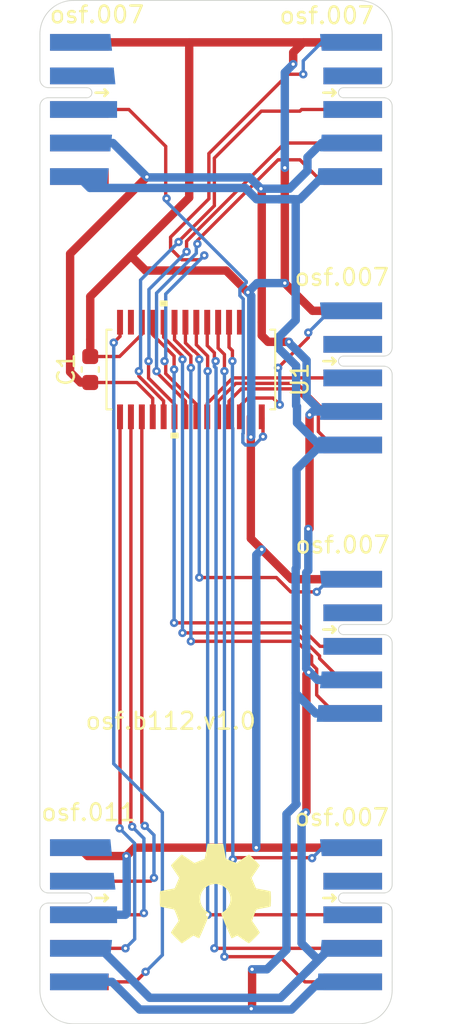
<source format=kicad_pcb>
(kicad_pcb (version 20211014) (generator pcbnew)
  (layers (0 "F.Cu" signal) (31 "B.Cu" signal) (34 "B.Paste" user) (35 "F.Paste" user) (36 "B.SilkS" user "B.Silkscreen") (37 "F.SilkS" user "F.Silkscreen") (38 "B.Mask" user) (39 "F.Mask" user) (44 "Edge.Cuts" user))
  (net 0 "")
  (net 1 "GND")
  (net 2 "/mux/EN")
  (net 5 "/mux/A2")
  (net 6 "/mux/A1")
  (net 7 "/mux/A0")
  (net 11 "Net-(J1-Pad10)")
  (net 19 "/mux/A3")
  (net 20 "/mux/S1")
  (net 21 "/mux/S2")
  (net 22 "/mux/S3")
  (net 23 "/mux/S4")
  (net 24 "/mux/S5")
  (net 25 "/mux/S6")
  (net 26 "/mux/S7")
  (net 27 "/mux/S8")
  (net 28 "/mux/S9")
  (net 29 "/mux/S10")
  (net 30 "/mux/S12")
  (net 31 "/mux/S13")
  (net 32 "/mux/S14")
  (net 33 "/mux/S15")
  (net 34 "/mux/S16")
  (net 36 "/mux/D")
  (net 37 "/mux/S11")
  (footprint "on_edge:on_edge_2x05_device" (layer "F.Cu") (at 140 96.5 -90)
    (fp_text reference "J1")
    (fp_text value "007_ADC")
    (fp_line (start -1.3 -2.8) (end -1.3 -0.5) (layer "Edge.Cuts") (width 0.05))
    (fp_line (start -0.7 -0.5) (end -0.7 -2.8) (layer "Edge.Cuts") (width 0.05))
    (fp_line (start -0.2 0) (end 4 0) (layer "Edge.Cuts") (width 0.05))
    (fp_line (start -4 0) (end -1.8 0) (layer "Edge.Cuts") (width 0.05))
    (fp_arc (start -0.2 0) (mid -0.553553 -0.146447) (end -0.7 -0.5) (layer "Edge.Cuts") (width 0.05))
    (fp_arc (start -1.3 -2.8) (mid -1 -3.1) (end -0.7 -2.8) (layer "Edge.Cuts") (width 0.05))
    (fp_arc (start -1.3 -0.5) (mid -1.446447 -0.146447) (end -1.8 0) (layer "Edge.Cuts") (width 0.05))
  )
  (footprint "Capacitor_SMD:C_0603_1608Metric" (layer "F.Cu") (at 143 112 90)
    (fp_text reference "C1")
    (fp_text value "100nF")
  )
  (footprint "on_edge:on_edge_2x05_host" (layer "F.Cu") (at 161 128.5 -90)
    (fp_text reference "J5")
    (fp_text value "007_ADC")
    (fp_line (start -0.7 2.9) (end -0.7 0.5) (layer "Edge.Cuts") (width 0.05))
    (fp_line (start -4 0) (end -1.8 0) (layer "Edge.Cuts") (width 0.05))
    (fp_line (start -0.2 0) (end 4 0) (layer "Edge.Cuts") (width 0.05))
    (fp_line (start -1.3 0.5) (end -1.3 2.9) (layer "Edge.Cuts") (width 0.05))
    (fp_arc (start -1.8 0) (mid -1.446447 0.146447) (end -1.3 0.5) (layer "Edge.Cuts") (width 0.05))
    (fp_arc (start -0.7 2.9) (mid -1 3.2) (end -1.3 2.9) (layer "Edge.Cuts") (width 0.05))
    (fp_arc (start -0.7 0.5) (mid -0.553553 0.146447) (end -0.2 0) (layer "Edge.Cuts") (width 0.05))
  )
  (footprint "Symbol:OSHW-Symbol_6.7x6mm_SilkScreen" (layer "F.Cu") (at 150.45 143.25)
    (fp_text reference "LOGO1" hide)
    (fp_text value "Logo_Open_Hardware_Small" hide)
  )
  (footprint "on_edge:on_edge_2x05_host" (layer "F.Cu") (at 161 112.5 -90)
    (fp_text reference "J4")
    (fp_text value "007_ADC")
    (fp_line (start -4 0) (end -1.8 0) (layer "Edge.Cuts") (width 0.05))
    (fp_line (start -1.3 0.5) (end -1.3 2.9) (layer "Edge.Cuts") (width 0.05))
    (fp_line (start -0.7 2.9) (end -0.7 0.5) (layer "Edge.Cuts") (width 0.05))
    (fp_line (start -0.2 0) (end 4 0) (layer "Edge.Cuts") (width 0.05))
    (fp_arc (start -0.7 0.5) (mid -0.553553 0.146447) (end -0.2 0) (layer "Edge.Cuts") (width 0.05))
    (fp_arc (start -1.8 0) (mid -1.446447 0.146447) (end -1.3 0.5) (layer "Edge.Cuts") (width 0.05))
    (fp_arc (start -0.7 2.9) (mid -1 3.2) (end -1.3 2.9) (layer "Edge.Cuts") (width 0.05))
  )
  (footprint "b112:ADG707BRUZ-REEL7" (layer "F.Cu") (at 149 112 -90)
    (fp_text reference "U1")
    (fp_text value "ADG707BRUZ-REEL7" hide)
  )
  (footprint "on_edge:on_edge_2x05_device" (layer "F.Cu") (at 140 144.5 -90)
    (fp_text reference "J2")
    (fp_text value "011_GPIO")
    (fp_line (start -4 0) (end -1.8 0) (layer "Edge.Cuts") (width 0.05))
    (fp_line (start -1.3 -2.8) (end -1.3 -0.5) (layer "Edge.Cuts") (width 0.05))
    (fp_line (start -0.7 -0.5) (end -0.7 -2.8) (layer "Edge.Cuts") (width 0.05))
    (fp_line (start -0.2 0) (end 4 0) (layer "Edge.Cuts") (width 0.05))
    (fp_arc (start -1.3 -0.5) (mid -1.446447 -0.146447) (end -1.8 0) (layer "Edge.Cuts") (width 0.05))
    (fp_arc (start -0.2 0) (mid -0.553553 -0.146447) (end -0.7 -0.5) (layer "Edge.Cuts") (width 0.05))
    (fp_arc (start -1.3 -2.8) (mid -1 -3.1) (end -0.7 -2.8) (layer "Edge.Cuts") (width 0.05))
  )
  (footprint "on_edge:on_edge_2x05_host" (layer "F.Cu") (at 161 144.5 -90)
    (fp_text reference "J6")
    (fp_text value "007_ADC")
    (fp_line (start -0.7 2.9) (end -0.7 0.5) (layer "Edge.Cuts") (width 0.05))
    (fp_line (start -4 0) (end -1.8 0) (layer "Edge.Cuts") (width 0.05))
    (fp_line (start -0.2 0) (end 4 0) (layer "Edge.Cuts") (width 0.05))
    (fp_line (start -1.3 0.5) (end -1.3 2.9) (layer "Edge.Cuts") (width 0.05))
    (fp_arc (start -1.8 0) (mid -1.446447 0.146447) (end -1.3 0.5) (layer "Edge.Cuts") (width 0.05))
    (fp_arc (start -0.7 2.9) (mid -1 3.2) (end -1.3 2.9) (layer "Edge.Cuts") (width 0.05))
    (fp_arc (start -0.7 0.5) (mid -0.553553 0.146447) (end -0.2 0) (layer "Edge.Cuts") (width 0.05))
  )
  (footprint "on_edge:on_edge_2x05_host" (layer "F.Cu") (at 161 96.5 -90)
    (fp_text reference "J3")
    (fp_text value "007_ADC")
    (fp_line (start -4 0) (end -1.8 0) (layer "Edge.Cuts") (width 0.05))
    (fp_line (start -0.7 2.9) (end -0.7 0.5) (layer "Edge.Cuts") (width 0.05))
    (fp_line (start -1.3 0.5) (end -1.3 2.9) (layer "Edge.Cuts") (width 0.05))
    (fp_line (start -0.2 0) (end 4 0) (layer "Edge.Cuts") (width 0.05))
    (fp_arc (start -1.8 0) (mid -1.446447 0.146447) (end -1.3 0.5) (layer "Edge.Cuts") (width 0.05))
    (fp_arc (start -0.7 2.9) (mid -1 3.2) (end -1.3 2.9) (layer "Edge.Cuts") (width 0.05))
    (fp_arc (start -0.7 0.5) (mid -0.553553 0.146447) (end -0.2 0) (layer "Edge.Cuts") (width 0.05))
  )
  (gr_line (start 161 92.5) (end 161 92) (layer "Edge.Cuts") (width 0.05))
  (gr_line (start 140 92) (end 140 92.5) (layer "Edge.Cuts") (width 0.05))
  (gr_line (start 142 90) (end 159 90) (layer "Edge.Cuts") (width 0.05))
  (gr_arc (start 161 149) (mid 160.414214 150.414214) (end 159 151) (layer "Edge.Cuts") (width 0.05))
  (gr_line (start 140 100.5) (end 140 140.5) (layer "Edge.Cuts") (width 0.05))
  (gr_line (start 159 151) (end 142 151) (layer "Edge.Cuts") (width 0.05))
  (gr_line (start 161 133) (end 161 132.5) (layer "Edge.Cuts") (width 0.05))
  (gr_arc (start 159 90) (mid 160.414214 90.585786) (end 161 92) (layer "Edge.Cuts") (width 0.05))
  (gr_line (start 140 149) (end 140 148.5) (layer "Edge.Cuts") (width 0.05))
  (gr_line (start 161 140.5) (end 161 133) (layer "Edge.Cuts") (width 0.05))
  (gr_arc (start 142 151) (mid 140.585786 150.414214) (end 140 149) (layer "Edge.Cuts") (width 0.05))
  (gr_arc (start 140 92) (mid 140.585786 90.585786) (end 142 90) (layer "Edge.Cuts") (width 0.05))
  (gr_line (start 161 124.5) (end 161 116.5) (layer "Edge.Cuts") (width 0.05))
  (gr_line (start 161 149) (end 161 148.5) (layer "Edge.Cuts") (width 0.05))
  (gr_line (start 161 108.5) (end 161 100.5) (layer "Edge.Cuts") (width 0.05))
  (gr_text "osf.007" (at 158 138.7) (layer "F.SilkS") (effects (font (size 1 1))))
  (gr_text "osf.b112.v1.0" (at 147.8 132.95) (layer "F.SilkS") (effects (font (size 1 1))))
  (gr_text "osf.007" (at 157.1 90.9) (layer "F.SilkS") (effects (font (size 1 1))))
  (gr_text "osf.007" (at 143.4 90.85) (layer "F.SilkS") (effects (font (size 1 1))))
  (gr_text "osf.007" (at 158.05 122.45) (layer "F.SilkS") (effects (font (size 1 1))))
  (gr_text "osf.007" (at 158 106.5) (layer "F.SilkS") (effects (font (size 1 1))))
  (gr_text "osf.011" (at 142.9 138.4) (layer "F.SilkS") (effects (font (size 1 1))))
  (segment (start 143 107.65) (end 145.425 105.225) (width 0.5) (layer "F.Cu") (net 1))
  (segment (start 145.15 141) (end 142.85 141) (width 0.5) (layer "F.Cu") (net 1))
  (segment (start 152.574999 122.074999) (end 152.574999 118.124999) (width 0.5) (layer "F.Cu") (net 1))
  (segment (start 153.225 122.725) (end 152.574999 122.074999) (width 0.5) (layer "F.Cu") (net 1))
  (segment (start 143 111.225) (end 144.749001 111.225) (width 0.2) (layer "F.Cu") (net 1))
  (segment (start 146.075002 109.898999) (end 146.075002 109.1806) (width 0.2) (layer "F.Cu") (net 1))
  (segment (start 155.1 93.1) (end 155.7 92.5) (width 0.5) (layer "F.Cu") (net 1))
  (segment (start 152.574999 116.025001) (end 152.574999 114.8194) (width 0.5) (layer "F.Cu") (net 1))
  (segment (start 142.85 141) (end 142.35 140.5) (width 0.5) (layer "F.Cu") (net 1))
  (segment (start 155 124.5) (end 153.225 122.725) (width 0.5) (layer "F.Cu") (net 1))
  (segment (start 144.749001 111.225) (end 146.075002 109.898999) (width 0.2) (layer "F.Cu") (net 1))
  (segment (start 148.9 101.75) (end 148.9 92.5) (width 0.5) (layer "F.Cu") (net 1))
  (segment (start 145.65 140.5) (end 145.15 141) (width 0.5) (layer "F.Cu") (net 1))
  (segment (start 142.35 92.5) (end 148.9 92.5) (width 0.5) (layer "F.Cu") (net 1))
  (segment (start 155.7 92.5) (end 158.65 92.5) (width 0.5) (layer "F.Cu") (net 1))
  (segment (start 148.9 92.5) (end 158.65 92.5) (width 0.5) (layer "F.Cu") (net 1))
  (segment (start 143 111.225) (end 143 110.2) (width 0.5) (layer "F.Cu") (net 1))
  (segment (start 156.25 108.5) (end 158.65 108.5) (width 0.5) (layer "F.Cu") (net 1))
  (segment (start 151.1 106.1) (end 152.4 107.4) (width 0.5) (layer "F.Cu") (net 1))
  (segment (start 158.65 124.5) (end 155 124.5) (width 0.5) (layer "F.Cu") (net 1))
  (segment (start 143 110.2) (end 143 107.65) (width 0.5) (layer "F.Cu") (net 1))
  (segment (start 145.425 105.225) (end 148.9 101.75) (width 0.5) (layer "F.Cu") (net 1))
  (segment (start 152.574999 118.124999) (end 152.574999 116.025001) (width 0.5) (layer "F.Cu") (net 1))
  (segment (start 155.1 93.8) (end 155.1 93.1) (width 0.5) (layer "F.Cu") (net 1))
  (segment (start 154.6 106.85) (end 156.25 108.5) (width 0.5) (layer "F.Cu") (net 1))
  (segment (start 146.3 106.1) (end 151.1 106.1) (width 0.5) (layer "F.Cu") (net 1))
  (segment (start 145.425 105.225) (end 146.3 106.1) (width 0.5) (layer "F.Cu") (net 1))
  (segment (start 154.6 99.9765) (end 154.6 106.85) (width 0.5) (layer "F.Cu") (net 1))
  (segment (start 158.65 140.5) (end 145.65 140.5) (width 0.5) (layer "F.Cu") (net 1))
  (via (at 155.1 93.8) (size 0.5) (drill 0.2) (layers "F.Cu" "B.Cu") (net 1))
  (via (at 154.6 106.85) (size 0.5) (drill 0.2) (layers "F.Cu" "B.Cu") (net 1))
  (via (at 145.15 141) (size 0.5) (drill 0.2) (layers "F.Cu" "B.Cu") (net 1))
  (via (at 152.9 140.5) (size 0.5) (drill 0.2) (layers "F.Cu" "B.Cu") (net 1))
  (via (at 153.225 122.725) (size 0.5) (drill 0.2) (layers "F.Cu" "B.Cu") (net 1))
  (via (at 154.6 99.9765) (size 0.5) (drill 0.2) (layers "F.Cu" "B.Cu") (net 1))
  (via (at 152.4 107.4) (size 0.5) (drill 0.2) (layers "F.Cu" "B.Cu") (net 1))
  (via (at 152.574999 116.025001) (size 0.5) (drill 0.2) (layers "F.Cu" "B.Cu") (net 1))
  (segment (start 145.173 144.427) (end 145.173 141.023) (width 0.5) (layer "B.Cu") (net 1))
  (segment (start 145.1 144.5) (end 145.173 144.427) (width 0.5) (layer "B.Cu") (net 1))
  (segment (start 152.6 107.6) (end 152.6 116) (width 0.5) (layer "B.Cu") (net 1))
  (segment (start 145.173 141.023) (end 145.15 141) (width 0.5) (layer "B.Cu") (net 1))
  (segment (start 154.6 94.3) (end 155.1 93.8) (width 0.5) (layer "B.Cu") (net 1))
  (segment (start 142.6 144.5) (end 145.1 144.5) (width 0.5) (layer "B.Cu") (net 1))
  (segment (start 152.4 107.4) (end 152.6 107.6) (width 0.5) (layer "B.Cu") (net 1))
  (segment (start 154.6 106.85) (end 152.95 106.85) (width 0.5) (layer "B.Cu") (net 1))
  (segment (start 152.9 140.5) (end 152.9 123.05) (width 0.5) (layer "B.Cu") (net 1))
  (segment (start 152.9 123.05) (end 153.225 122.725) (width 0.5) (layer "B.Cu") (net 1))
  (segment (start 152.6 116) (end 152.574999 116.025001) (width 0.5) (layer "B.Cu") (net 1))
  (segment (start 152.95 106.85) (end 152.4 107.4) (width 0.5) (layer "B.Cu") (net 1))
  (segment (start 154.6 99.9765) (end 154.6 94.3) (width 0.5) (layer "B.Cu") (net 1))
  (segment (start 141.8 105.1) (end 146.375 100.525) (width 0.5) (layer "F.Cu") (net 2))
  (segment (start 153.225 109.1806) (end 153.225 101.271) (width 0.5) (layer "F.Cu") (net 2))
  (segment (start 153.225 101.271) (end 153.177 101.223) (width 0.5) (layer "F.Cu") (net 2))
  (segment (start 156 121.5) (end 156.047 121.5) (width 0.5) (layer "F.Cu") (net 2))
  (segment (start 156.047 121.5) (end 156.0735 121.4735) (width 0.5) (layer "F.Cu") (net 2))
  (segment (start 156.0735 121.4735) (end 156.0735 114.7) (width 0.5) (layer "F.Cu") (net 2))
  (segment (start 153.6 110.35) (end 153.225 109.975) (width 0.5) (layer "F.Cu") (net 2))
  (segment (start 155.88929 138.36071) (end 155.88929 130.18371) (width 0.5) (layer "F.Cu") (net 2))
  (segment (start 155.88929 130.18371) (end 156.023 130.05) (width 0.5) (layer "F.Cu") (net 2))
  (segment (start 155.85 138.4) (end 155.88929 138.36071) (width 0.5) (layer "F.Cu") (net 2))
  (segment (start 143 112.775) (end 142.425 112.775) (width 0.5) (layer "F.Cu") (net 2))
  (segment (start 142.425 112.775) (end 141.8 112.15) (width 0.5) (layer "F.Cu") (net 2))
  (segment (start 146.725001 113.725001) (end 146.725001 114.8194) (width 0.2) (layer "F.Cu") (net 2))
  (segment (start 153.225 109.975) (end 153.225 109.1806) (width 0.5) (layer "F.Cu") (net 2))
  (segment (start 143 112.775) (end 145.775 112.775) (width 0.2) (layer "F.Cu") (net 2))
  (segment (start 145.775 112.775) (end 146.725001 113.725001) (width 0.2) (layer "F.Cu") (net 2))
  (segment (start 141.8 112.15) (end 141.8 105.1) (width 0.5) (layer "F.Cu") (net 2))
  (segment (start 154.85 110.35) (end 153.6 110.35) (width 0.5) (layer "F.Cu") (net 2))
  (via (at 156.023 130.05) (size 0.5) (drill 0.2) (layers "F.Cu" "B.Cu") (net 2))
  (via (at 156 121.5) (size 0.5) (drill 0.2) (layers "F.Cu" "B.Cu") (net 2))
  (via (at 156.0735 114.7) (size 0.5) (drill 0.2) (layers "F.Cu" "B.Cu") (net 2))
  (via (at 155.85 138.4) (size 0.5) (drill 0.2) (layers "F.Cu" "B.Cu") (net 2))
  (via (at 146.375 100.525) (size 0.5) (drill 0.2) (layers "F.Cu" "B.Cu") (net 2))
  (via (at 153.177 101.223) (size 0.5) (drill 0.2) (layers "F.Cu" "B.Cu") (net 2))
  (via (at 154.85 110.35) (size 0.5) (drill 0.2) (layers "F.Cu" "B.Cu") (net 2))
  (segment (start 155.95 99.35) (end 156.8 98.5) (width 0.5) (layer "B.Cu") (net 2))
  (segment (start 146.375 100.525) (end 146.4 100.55) (width 0.5) (layer "B.Cu") (net 2))
  (segment (start 156.75 114.5) (end 158.6 114.5) (width 0.5) (layer "B.Cu") (net 2))
  (segment (start 155.877 124.109712) (end 155.877 129.827) (width 0.5) (layer "B.Cu") (net 2))
  (segment (start 155.6 146.2) (end 156.5 147.1) (width 0.5) (layer "B.Cu") (net 2))
  (segment (start 146.4 100.55) (end 152.504 100.55) (width 0.5) (layer "B.Cu") (net 2))
  (segment (start 156.2735 114.5) (end 156.0735 114.7) (width 0.5) (layer "B.Cu") (net 2))
  (segment (start 156.5 147.3) (end 155.875 147.925) (width 0.5) (layer "B.Cu") (net 2))
  (segment (start 155.875 147.925) (end 157.3 146.5) (width 0.5) (layer "B.Cu") (net 2))
  (segment (start 155.85 138.4) (end 155.6 138.65) (width 0.5) (layer "B.Cu") (net 2))
  (segment (start 156.5 147.1) (end 156.5 147.3) (width 0.5) (layer "B.Cu") (net 2))
  (segment (start 155.9 113.65) (end 156.75 114.5) (width 0.5) (layer "B.Cu") (net 2))
  (segment (start 156.8 98.5) (end 158.6 98.5) (width 0.5) (layer "B.Cu") (net 2))
  (segment (start 142.4 146.5) (end 143.6 146.5) (width 0.5) (layer "B.Cu") (net 2))
  (segment (start 155.877 129.827) (end 156.55 130.5) (width 0.5) (layer "B.Cu") (net 2))
  (segment (start 155.9 111.45) (end 155.9 113.65) (width 0.5) (layer "B.Cu") (net 2))
  (segment (start 156 123.986712) (end 155.877 124.109712) (width 0.5) (layer "B.Cu") (net 2))
  (segment (start 154.85 110.35) (end 154.85 110.4) (width 0.5) (layer "B.Cu") (net 2))
  (segment (start 146.55 149.45) (end 154.35 149.45) (width 0.5) (layer "B.Cu") (net 2))
  (segment (start 142.4 98.5) (end 144.35 98.5) (width 0.5) (layer "B.Cu") (net 2))
  (segment (start 154.877 101.223) (end 155.95 100.15) (width 0.5) (layer "B.Cu") (net 2))
  (segment (start 144.35 98.5) (end 146.375 100.525) (width 0.5) (layer "B.Cu") (net 2))
  (segment (start 155.6 138.65) (end 155.6 146.2) (width 0.5) (layer "B.Cu") (net 2))
  (segment (start 154.85 110.4) (end 155.9 111.45) (width 0.5) (layer "B.Cu") (net 2))
  (segment (start 155.95 100.15) (end 155.95 99.35) (width 0.5) (layer "B.Cu") (net 2))
  (segment (start 152.504 100.55) (end 153.177 101.223) (width 0.5) (layer "B.Cu") (net 2))
  (segment (start 156 121.5) (end 156 123.986712) (width 0.5) (layer "B.Cu") (net 2))
  (segment (start 156.55 130.5) (end 158.6 130.5) (width 0.5) (layer "B.Cu") (net 2))
  (segment (start 157.3 146.5) (end 158.6 146.5) (width 0.5) (layer "B.Cu") (net 2))
  (segment (start 154.35 149.45) (end 155.875 147.925) (width 0.5) (layer "B.Cu") (net 2))
  (segment (start 143.6 146.5) (end 146.55 149.45) (width 0.5) (layer "B.Cu") (net 2))
  (segment (start 153.177 101.223) (end 154.877 101.223) (width 0.5) (layer "B.Cu") (net 2))
  (segment (start 158.6 114.5) (end 156.2735 114.5) (width 0.5) (layer "B.Cu") (net 2))
  (segment (start 145.1 146.5) (end 142.35 146.5) (width 0.2) (layer "F.Cu") (net 5))
  (segment (start 144.775 114.8194) (end 144.775 139.325) (width 0.2) (layer "F.Cu") (net 5))
  (segment (start 144.775 139.325) (end 144.75 139.35) (width 0.2) (layer "F.Cu") (net 5))
  (via (at 145.1 146.5) (size 0.5) (drill 0.2) (layers "F.Cu" "B.Cu") (net 5))
  (via (at 144.75 139.35) (size 0.5) (drill 0.2) (layers "F.Cu" "B.Cu") (net 5))
  (segment (start 145.65 140.25) (end 145.65 145.95) (width 0.2) (layer "B.Cu") (net 5))
  (segment (start 144.75 139.35) (end 145.65 140.25) (width 0.2) (layer "B.Cu") (net 5))
  (segment (start 145.65 145.95) (end 145.1 146.5) (width 0.2) (layer "B.Cu") (net 5))
  (segment (start 146.1 144.5) (end 142.35 144.5) (width 0.2) (layer "F.Cu") (net 6))
  (segment (start 145.5 139.25) (end 145.425001 139.175001) (width 0.2) (layer "F.Cu") (net 6))
  (segment (start 146.2 144.4) (end 146.1 144.5) (width 0.2) (layer "F.Cu") (net 6))
  (segment (start 145.425001 139.175001) (end 145.425001 114.8194) (width 0.2) (layer "F.Cu") (net 6))
  (via (at 145.5 139.25) (size 0.5) (drill 0.2) (layers "F.Cu" "B.Cu") (net 6))
  (via (at 146.2 144.4) (size 0.5) (drill 0.2) (layers "F.Cu" "B.Cu") (net 6))
  (segment (start 146.2 144.4) (end 146.2 139.95) (width 0.2) (layer "B.Cu") (net 6))
  (segment (start 146.2 139.95) (end 145.5 139.25) (width 0.2) (layer "B.Cu") (net 6))
  (segment (start 146.8 142.3) (end 146.6 142.5) (width 0.2) (layer "F.Cu") (net 7))
  (segment (start 146.075 139.025) (end 146.25 139.2) (width 0.2) (layer "F.Cu") (net 7))
  (segment (start 146.6 142.5) (end 142.35 142.5) (width 0.2) (layer "F.Cu") (net 7))
  (segment (start 146.075 114.8194) (end 146.075 139.025) (width 0.2) (layer "F.Cu") (net 7))
  (via (at 146.8 142.3) (size 0.5) (drill 0.2) (layers "F.Cu" "B.Cu") (net 7))
  (via (at 146.25 139.2) (size 0.5) (drill 0.2) (layers "F.Cu" "B.Cu") (net 7))
  (segment (start 146.8 139.75) (end 146.8 142.3) (width 0.2) (layer "B.Cu") (net 7))
  (segment (start 146.25 139.2) (end 146.8 139.75) (width 0.2) (layer "B.Cu") (net 7))
  (segment (start 152.65 150.05) (end 152.65 147.75) (width 0.5) (layer "F.Cu") (net 11))
  (segment (start 152.6 150.1) (end 152.65 150.05) (width 0.5) (layer "F.Cu") (net 11))
  (via (at 152.65 147.75) (size 0.5) (drill 0.2) (layers "F.Cu" "B.Cu") (net 11))
  (via (at 152.6 150.1) (size 0.5) (drill 0.2) (layers "F.Cu" "B.Cu") (net 11))
  (segment (start 144.3 148.5) (end 142.3 148.5) (width 0.5) (layer "B.Cu") (net 11))
  (segment (start 154.25 101.85) (end 152.917288 101.85) (width 0.5) (layer "B.Cu") (net 11))
  (segment (start 155.25 131.3) (end 155.25 137.92542) (width 0.5) (layer "B.Cu") (net 11))
  (segment (start 155.327 114.20242) (end 155.273 114.14842) (width 0.5) (layer "B.Cu") (net 11))
  (segment (start 156.65 148.5) (end 158.5 148.5) (width 0.5) (layer "B.Cu") (net 11))
  (segment (start 154.223 110.723) (end 154.223 110.090288) (width 0.5) (layer "B.Cu") (net 11))
  (segment (start 155.273 114.14842) (end 155.273 111.773) (width 0.5) (layer "B.Cu") (net 11))
  (segment (start 142.977 101.177) (end 142.3 100.5) (width 0.5) (layer "B.Cu") (net 11))
  (segment (start 155.3 123.8) (end 155.3 117.95) (width 0.5) (layer "B.Cu") (net 11))
  (segment (start 156.75 116.5) (end 158.5 116.5) (width 0.5) (layer "B.Cu") (net 11))
  (segment (start 156.85 100.5) (end 155.5 101.85) (width 0.5) (layer "B.Cu") (net 11))
  (segment (start 155 150.15) (end 156.65 148.5) (width 0.5) (layer "B.Cu") (net 11))
  (segment (start 155.25 131.3) (end 156.45 132.5) (width 0.5) (layer "B.Cu") (net 11))
  (segment (start 158.5 116.5) (end 156.65 116.5) (width 0.5) (layer "B.Cu") (net 11))
  (segment (start 155.5 101.85) (end 154.25 101.85) (width 0.5) (layer "B.Cu") (net 11))
  (segment (start 155.254753 123.868747) (end 155.25 123.8735) (width 0.5) (layer "B.Cu") (net 11))
  (segment (start 155.3 117.95) (end 156.75 116.5) (width 0.5) (layer "B.Cu") (net 11))
  (segment (start 155.273 111.773) (end 154.223 110.723) (width 0.5) (layer "B.Cu") (net 11))
  (segment (start 152.917288 101.85) (end 152.244288 101.177) (width 0.5) (layer "B.Cu") (net 11))
  (segment (start 153.536712 147.75) (end 152.65 147.75) (width 0.5) (layer "B.Cu") (net 11))
  (segment (start 156.65 116.5) (end 155.327 115.177) (width 0.5) (layer "B.Cu") (net 11))
  (segment (start 152.244288 101.177) (end 142.977 101.177) (width 0.5) (layer "B.Cu") (net 11))
  (segment (start 154.223 110.090288) (end 155.25 109.063288) (width 0.5) (layer "B.Cu") (net 11))
  (segment (start 154.7 138.5) (end 154.7 146.586712) (width 0.5) (layer "B.Cu") (net 11))
  (segment (start 155.25 137.92542) (end 155.26229 137.93771) (width 0.5) (layer "B.Cu") (net 11))
  (segment (start 152.6 150.1) (end 152.65 150.15) (width 0.5) (layer "B.Cu") (net 11))
  (segment (start 155.25 101.95) (end 155.15 101.85) (width 0.5) (layer "B.Cu") (net 11))
  (segment (start 155.3 137.9) (end 154.7 138.5) (width 0.5) (layer "B.Cu") (net 11))
  (segment (start 154.7 146.586712) (end 153.536712 147.75) (width 0.5) (layer "B.Cu") (net 11))
  (segment (start 152.6 150.1) (end 152.55 150.15) (width 0.5) (layer "B.Cu") (net 11))
  (segment (start 155.25 109.063288) (end 155.25 101.95) (width 0.5) (layer "B.Cu") (net 11))
  (segment (start 152.55 150.15) (end 145.95 150.15) (width 0.5) (layer "B.Cu") (net 11))
  (segment (start 155.25 123.8735) (end 155.25 131.3) (width 0.5) (layer "B.Cu") (net 11))
  (segment (start 145.95 150.15) (end 144.3 148.5) (width 0.5) (layer "B.Cu") (net 11))
  (segment (start 155.327 115.177) (end 155.327 114.20242) (width 0.5) (layer "B.Cu") (net 11))
  (segment (start 156.45 132.5) (end 158.5 132.5) (width 0.5) (layer "B.Cu") (net 11))
  (segment (start 155.15 101.85) (end 154.25 101.85) (width 0.5) (layer "B.Cu") (net 11))
  (segment (start 158.5 100.5) (end 156.85 100.5) (width 0.5) (layer "B.Cu") (net 11))
  (segment (start 152.65 150.15) (end 155 150.15) (width 0.5) (layer "B.Cu") (net 11))
  (segment (start 146.3 147.9) (end 145.7 148.5) (width 0.2) (layer "F.Cu") (net 19))
  (segment (start 145.7 148.5) (end 142.35 148.5) (width 0.2) (layer "F.Cu") (net 19))
  (segment (start 144.775002 110.024998) (end 144.4 110.4) (width 0.2) (layer "F.Cu") (net 19))
  (segment (start 144.775002 109.1806) (end 144.775002 110.024998) (width 0.2) (layer "F.Cu") (net 19))
  (via (at 144.4 110.4) (size 0.5) (drill 0.2) (layers "F.Cu" "B.Cu") (net 19))
  (via (at 146.3 147.9) (size 0.5) (drill 0.2) (layers "F.Cu" "B.Cu") (net 19))
  (segment (start 147.3 146.9) (end 146.3 147.9) (width 0.2) (layer "B.Cu") (net 19))
  (segment (start 147.3 138.4) (end 147.3 146.9) (width 0.2) (layer "B.Cu") (net 19))
  (segment (start 144.4 110.4) (end 144.4 135.5) (width 0.2) (layer "B.Cu") (net 19))
  (segment (start 144.4 135.5) (end 147.3 138.4) (width 0.2) (layer "B.Cu") (net 19))
  (segment (start 155.5 96.6) (end 155.6 96.5) (width 0.2) (layer "F.Cu") (net 20))
  (segment (start 147.374999 113.874999) (end 147.374999 114.8194) (width 0.2) (layer "F.Cu") (net 20))
  (segment (start 150.4 102.237552) (end 150.4 99.4) (width 0.2) (layer "F.Cu") (net 20))
  (segment (start 155.6 96.5) (end 158.65 96.5) (width 0.2) (layer "F.Cu") (net 20))
  (segment (start 145.9 112.4) (end 147.374999 113.874999) (width 0.2) (layer "F.Cu") (net 20))
  (segment (start 145.9 112.1) (end 145.9 112.4) (width 0.2) (layer "F.Cu") (net 20))
  (segment (start 148.267225 104.370327) (end 150.4 102.237552) (width 0.2) (layer "F.Cu") (net 20))
  (segment (start 153.2 96.6) (end 155.5 96.6) (width 0.2) (layer "F.Cu") (net 20))
  (segment (start 148.267225 104.4) (end 148.267225 104.370327) (width 0.2) (layer "F.Cu") (net 20))
  (segment (start 150.4 99.4) (end 153.2 96.6) (width 0.2) (layer "F.Cu") (net 20))
  (via (at 148.267225 104.4) (size 0.5) (drill 0.2) (layers "F.Cu" "B.Cu") (net 20))
  (via (at 145.9 112.1) (size 0.5) (drill 0.2) (layers "F.Cu" "B.Cu") (net 20))
  (segment (start 146 112) (end 145.9 112.1) (width 0.2) (layer "B.Cu") (net 20))
  (segment (start 146 106.667225) (end 146 112) (width 0.2) (layer "B.Cu") (net 20))
  (segment (start 148.267225 104.4) (end 146 106.667225) (width 0.2) (layer "B.Cu") (net 20))
  (segment (start 146.477 112.514552) (end 148.025001 114.062553) (width 0.2) (layer "F.Cu") (net 21))
  (segment (start 154.6 98.5) (end 158.65 98.5) (width 0.2) (layer "F.Cu") (net 21))
  (segment (start 146.477 111.5005) (end 146.477 112.514552) (width 0.2) (layer "F.Cu") (net 21))
  (segment (start 148.743725 104.356275) (end 154.6 98.5) (width 0.2) (layer "F.Cu") (net 21))
  (segment (start 146.4765 111.5) (end 146.477 111.5005) (width 0.2) (layer "F.Cu") (net 21))
  (segment (start 148.743725 104.982401) (end 148.743725 104.356275) (width 0.2) (layer "F.Cu") (net 21))
  (segment (start 148.025001 114.062553) (end 148.025001 114.8194) (width 0.2) (layer "F.Cu") (net 21))
  (via (at 148.743725 104.982401) (size 0.5) (drill 0.2) (layers "F.Cu" "B.Cu") (net 21))
  (via (at 146.4765 111.5) (size 0.5) (drill 0.2) (layers "F.Cu" "B.Cu") (net 21))
  (segment (start 146.5 111.4765) (end 146.4765 111.5) (width 0.2) (layer "B.Cu") (net 21))
  (segment (start 146.5 107.226126) (end 146.5 111.4765) (width 0.2) (layer "B.Cu") (net 21))
  (segment (start 148.743725 104.982401) (end 146.5 107.226126) (width 0.2) (layer "B.Cu") (net 21))
  (segment (start 154.2 99.5) (end 155.5 99.5) (width 0.2) (layer "F.Cu") (net 22))
  (segment (start 149.388063 104.311937) (end 154.2 99.5) (width 0.2) (layer "F.Cu") (net 22))
  (segment (start 147 112.2) (end 147 112.207801) (width 0.2) (layer "F.Cu") (net 22))
  (segment (start 149.388063 104.511937) (end 149.388063 104.311937) (width 0.2) (layer "F.Cu") (net 22))
  (segment (start 148.674999 113.8828) (end 148.674999 114.8194) (width 0.2) (layer "F.Cu") (net 22))
  (segment (start 155.5 99.5) (end 156.5 100.5) (width 0.2) (layer "F.Cu") (net 22))
  (segment (start 156.5 100.5) (end 158.65 100.5) (width 0.2) (layer "F.Cu") (net 22))
  (segment (start 147 112.207801) (end 148.674999 113.8828) (width 0.2) (layer "F.Cu") (net 22))
  (segment (start 146.9535 112.1) (end 146.9535 112.1535) (width 0.2) (layer "F.Cu") (net 22))
  (segment (start 146.9535 112.1535) (end 147 112.2) (width 0.2) (layer "F.Cu") (net 22))
  (via (at 146.9535 112.1) (size 0.5) (drill 0.2) (layers "F.Cu" "B.Cu") (net 22))
  (via (at 149.388063 104.511937) (size 0.5) (drill 0.2) (layers "F.Cu" "B.Cu") (net 22))
  (segment (start 149.388063 104.511937) (end 149.323 104.577) (width 0.2) (layer "B.Cu") (net 22))
  (segment (start 149.323 105.077) (end 146.9535 107.4465) (width 0.2) (layer "B.Cu") (net 22))
  (segment (start 146.9535 107.4465) (end 146.9535 112.1) (width 0.2) (layer "B.Cu") (net 22))
  (segment (start 149.323 104.577) (end 149.323 105.077) (width 0.2) (layer "B.Cu") (net 22))
  (segment (start 147.790225 104.109775) (end 148.2 103.7) (width 0.2) (layer "F.Cu") (net 23))
  (segment (start 150.073 101.827) (end 150.073 100.6) (width 0.2) (layer "F.Cu") (net 23))
  (segment (start 149.325001 114.070354) (end 149.325001 114.8194) (width 0.2) (layer "F.Cu") (net 23))
  (segment (start 147.5 112.245353) (end 149.325001 114.070354) (width 0.2) (layer "F.Cu") (net 23))
  (segment (start 147.5 111.57) (end 147.5 112.245353) (width 0.2) (layer "F.Cu") (net 23))
  (segment (start 153 96.2) (end 154.8 94.4) (width 0.2) (layer "F.Cu") (net 23))
  (segment (start 154.8 94.4) (end 155.7 94.4) (width 0.2) (layer "F.Cu") (net 23))
  (segment (start 148.459401 105.459401) (end 147.790225 104.790225) (width 0.2) (layer "F.Cu") (net 23))
  (segment (start 147.790225 104.4) (end 147.790225 104.109775) (width 0.2) (layer "F.Cu") (net 23))
  (segment (start 150.073 100.6) (end 150.073 99.127) (width 0.2) (layer "F.Cu") (net 23))
  (segment (start 150.073 99.127) (end 153 96.2) (width 0.2) (layer "F.Cu") (net 23))
  (segment (start 149.8 105.2) (end 149.540599 105.459401) (width 0.2) (layer "F.Cu") (net 23))
  (segment (start 147.790225 104.790225) (end 147.790225 104.4) (width 0.2) (layer "F.Cu") (net 23))
  (segment (start 148.2 103.7) (end 150.073 101.827) (width 0.2) (layer "F.Cu") (net 23))
  (segment (start 149.540599 105.459401) (end 148.459401 105.459401) (width 0.2) (layer "F.Cu") (net 23))
  (segment (start 147.43 111.5) (end 147.5 111.57) (width 0.2) (layer "F.Cu") (net 23))
  (via (at 149.8 105.2) (size 0.5) (drill 0.2) (layers "F.Cu" "B.Cu") (net 23))
  (via (at 147.43 111.5) (size 0.5) (drill 0.2) (layers "F.Cu" "B.Cu") (net 23))
  (via (at 155.7 94.4) (size 0.5) (drill 0.2) (layers "F.Cu" "B.Cu") (net 23))
  (segment (start 147.5 107.5) (end 147.5 111.43) (width 0.2) (layer "B.Cu") (net 23))
  (segment (start 147.5 111.43) (end 147.43 111.5) (width 0.2) (layer "B.Cu") (net 23))
  (segment (start 155.7 94.4) (end 155.7 93.6) (width 0.2) (layer "B.Cu") (net 23))
  (segment (start 155.7 93.6) (end 156.8 92.5) (width 0.2) (layer "B.Cu") (net 23))
  (segment (start 149.8 105.2) (end 147.5 107.5) (width 0.2) (layer "B.Cu") (net 23))
  (segment (start 156.8 92.5) (end 158.6 92.5) (width 0.2) (layer "B.Cu") (net 23))
  (segment (start 149.974999 114.025001) (end 149.974999 114.8194) (width 0.2) (layer "F.Cu") (net 24))
  (segment (start 151.5 112.5) (end 149.974999 114.025001) (width 0.2) (layer "F.Cu") (net 24))
  (segment (start 158.65 112.5) (end 151.5 112.5) (width 0.2) (layer "F.Cu") (net 24))
  (segment (start 150.625001 113.8828) (end 150.625001 114.8194) (width 0.2) (layer "F.Cu") (net 25))
  (segment (start 155.337528 112.827) (end 151.680801 112.827) (width 0.2) (layer "F.Cu") (net 25))
  (segment (start 157.010528 114.5) (end 155.337528 112.827) (width 0.2) (layer "F.Cu") (net 25))
  (segment (start 158.65 114.5) (end 157.010528 114.5) (width 0.2) (layer "F.Cu") (net 25))
  (segment (start 151.680801 112.827) (end 150.625001 113.8828) (width 0.2) (layer "F.Cu") (net 25))
  (segment (start 152.003799 113.154) (end 151.274999 113.8828) (width 0.2) (layer "F.Cu") (net 26))
  (segment (start 157.4 116.5) (end 156.6 115.7) (width 0.2) (layer "F.Cu") (net 26))
  (segment (start 156.6 115.7) (end 156.6 114.55192) (width 0.2) (layer "F.Cu") (net 26))
  (segment (start 156.6 114.55192) (end 155.20208 113.154) (width 0.2) (layer "F.Cu") (net 26))
  (segment (start 151.274999 113.8828) (end 151.274999 114.8194) (width 0.2) (layer "F.Cu") (net 26))
  (segment (start 155.20208 113.154) (end 152.003799 113.154) (width 0.2) (layer "F.Cu") (net 26))
  (segment (start 158.65 116.5) (end 157.4 116.5) (width 0.2) (layer "F.Cu") (net 26))
  (segment (start 153.9 113.7) (end 154.3 114.1) (width 0.2) (layer "F.Cu") (net 27))
  (segment (start 152.4 113.7) (end 153.9 113.7) (width 0.2) (layer "F.Cu") (net 27))
  (segment (start 156 110.1) (end 156 109.8) (width 0.2) (layer "F.Cu") (net 27))
  (segment (start 151.925 114.8194) (end 151.925 114.175) (width 0.2) (layer "F.Cu") (net 27))
  (segment (start 151.925 114.175) (end 152.4 113.7) (width 0.2) (layer "F.Cu") (net 27))
  (segment (start 154.2 111.9) (end 156 110.1) (width 0.2) (layer "F.Cu") (net 27))
  (via (at 154.2 111.9) (size 0.5) (drill 0.2) (layers "F.Cu" "B.Cu") (net 27))
  (via (at 154.3 114.1) (size 0.5) (drill 0.2) (layers "F.Cu" "B.Cu") (net 27))
  (via (at 156 109.8) (size 0.5) (drill 0.2) (layers "F.Cu" "B.Cu") (net 27))
  (segment (start 157.3 108.5) (end 158.6 108.5) (width 0.2) (layer "B.Cu") (net 27))
  (segment (start 154.3 112) (end 154.2 111.9) (width 0.2) (layer "B.Cu") (net 27))
  (segment (start 154.3 114.1) (end 154.3 112) (width 0.2) (layer "B.Cu") (net 27))
  (segment (start 156 109.8) (end 157.3 108.5) (width 0.2) (layer "B.Cu") (net 27))
  (segment (start 156.7 128.5) (end 158.65 128.5) (width 0.2) (layer "F.Cu") (net 28))
  (segment (start 146.725001 109.925001) (end 147.6 110.8) (width 0.2) (layer "F.Cu") (net 28))
  (segment (start 155.3 127.1) (end 156.7 128.5) (width 0.2) (layer "F.Cu") (net 28))
  (segment (start 148 111.2) (end 148 112) (width 0.2) (layer "F.Cu") (net 28))
  (segment (start 148 127.1) (end 155.3 127.1) (width 0.2) (layer "F.Cu") (net 28))
  (segment (start 146.725001 109.1806) (end 146.725001 109.925001) (width 0.2) (layer "F.Cu") (net 28))
  (segment (start 147.6 110.8) (end 148 111.2) (width 0.2) (layer "F.Cu") (net 28))
  (via (at 148 112) (size 0.5) (drill 0.2) (layers "F.Cu" "B.Cu") (net 28))
  (via (at 148 127.1) (size 0.5) (drill 0.2) (layers "F.Cu" "B.Cu") (net 28))
  (segment (start 148 112) (end 148 127.1) (width 0.2) (layer "B.Cu") (net 28))
  (segment (start 147.375002 110.075002) (end 148.2 110.9) (width 0.2) (layer "F.Cu") (net 29))
  (segment (start 157.946 130.5) (end 158.65 130.5) (width 0.2) (layer "F.Cu") (net 29))
  (segment (start 156.673 129.073) (end 156.673 129.227) (width 0.2) (layer "F.Cu") (net 29))
  (segment (start 147.375002 109.1806) (end 147.375002 110.075002) (width 0.2) (layer "F.Cu") (net 29))
  (segment (start 148.2 110.9) (end 148.5 111.2) (width 0.2) (layer "F.Cu") (net 29))
  (segment (start 156.673 129.227) (end 157.946 130.5) (width 0.2) (layer "F.Cu") (net 29))
  (segment (start 148.5 127.7) (end 155.3 127.7) (width 0.2) (layer "F.Cu") (net 29))
  (segment (start 155.3 127.7) (end 156.673 129.073) (width 0.2) (layer "F.Cu") (net 29))
  (segment (start 148.5 111.2) (end 148.5 111.4) (width 0.2) (layer "F.Cu") (net 29))
  (via (at 148.5 111.4) (size 0.5) (drill 0.2) (layers "F.Cu" "B.Cu") (net 29))
  (via (at 148.5 127.7) (size 0.5) (drill 0.2) (layers "F.Cu" "B.Cu") (net 29))
  (segment (start 148.5 111.4) (end 148.5 114.8) (width 0.2) (layer "B.Cu") (net 29))
  (segment (start 148.5 114.8) (end 148.5 127.7) (width 0.2) (layer "B.Cu") (net 29))
  (segment (start 148.675002 109.1806) (end 148.675002 110.412554) (width 0.2) (layer "F.Cu") (net 30))
  (segment (start 149.162448 110.9) (end 149.2 110.9) (width 0.2) (layer "F.Cu") (net 30))
  (segment (start 154.9535 125.2535) (end 154.1 124.4) (width 0.2) (layer "F.Cu") (net 30))
  (segment (start 154.1 124.4) (end 149.5 124.4) (width 0.2) (layer "F.Cu") (net 30))
  (segment (start 156.5035 125.2535) (end 154.9535 125.2535) (width 0.2) (layer "F.Cu") (net 30))
  (segment (start 148.675002 110.412554) (end 149.162448 110.9) (width 0.2) (layer "F.Cu") (net 30))
  (segment (start 149.5 111.2) (end 149.5 111.4) (width 0.2) (layer "F.Cu") (net 30))
  (segment (start 149.2 110.9) (end 149.5 111.2) (width 0.2) (layer "F.Cu") (net 30))
  (via (at 156.5035 125.2535) (size 0.5) (drill 0.2) (layers "F.Cu" "B.Cu") (net 30))
  (via (at 149.5 111.4) (size 0.5) (drill 0.2) (layers "F.Cu" "B.Cu") (net 30))
  (via (at 149.5 124.4) (size 0.5) (drill 0.2) (layers "F.Cu" "B.Cu") (net 30))
  (segment (start 149.5 111.4) (end 149.5 124.4) (width 0.2) (layer "B.Cu") (net 30))
  (segment (start 156.5035 125.2535) (end 157.257 124.5) (width 0.2) (layer "B.Cu") (net 30))
  (segment (start 157.257 124.5) (end 158.6 124.5) (width 0.2) (layer "B.Cu") (net 30))
  (segment (start 150 111.2) (end 150 112.1) (width 0.2) (layer "F.Cu") (net 31))
  (segment (start 150 144.5) (end 158.65 144.5) (width 0.2) (layer "F.Cu") (net 31))
  (segment (start 149.325001 109.1806) (end 149.325001 110.525001) (width 0.2) (layer "F.Cu") (net 31))
  (segment (start 149.9 111.1) (end 150 111.2) (width 0.2) (layer "F.Cu") (net 31))
  (segment (start 149.325001 110.525001) (end 149.9 111.1) (width 0.2) (layer "F.Cu") (net 31))
  (via (at 150 144.5) (size 0.5) (drill 0.2) (layers "F.Cu" "B.Cu") (net 31))
  (via (at 150 112.1) (size 0.5) (drill 0.2) (layers "F.Cu" "B.Cu") (net 31))
  (segment (start 150 112.1) (end 150 144.5) (width 0.2) (layer "B.Cu") (net 31))
  (segment (start 150.4 111.4235) (end 150.4765 111.5) (width 0.2) (layer "F.Cu") (net 32))
  (segment (start 149.974999 109.1806) (end 149.974999 110.574999) (width 0.2) (layer "F.Cu") (net 32))
  (segment (start 149.974999 110.574999) (end 150.4 111) (width 0.2) (layer "F.Cu") (net 32))
  (segment (start 150.4 146.5) (end 158.65 146.5) (width 0.2) (layer "F.Cu") (net 32))
  (segment (start 150.4 111) (end 150.4 111.4235) (width 0.2) (layer "F.Cu") (net 32))
  (via (at 150.4765 111.5) (size 0.5) (drill 0.2) (layers "F.Cu" "B.Cu") (net 32))
  (via (at 150.4 146.5) (size 0.5) (drill 0.2) (layers "F.Cu" "B.Cu") (net 32))
  (segment (start 150.5 114) (end 150.5 146.4) (width 0.2) (layer "B.Cu") (net 32))
  (segment (start 150.5 146.4) (end 150.4 146.5) (width 0.2) (layer "B.Cu") (net 32))
  (segment (start 150.5 111.9) (end 150.5 112.5) (width 0.2) (layer "B.Cu") (net 32))
  (segment (start 150.4765 111.5) (end 150.4 111.5765) (width 0.2) (layer "B.Cu") (net 32))
  (segment (start 150.4 111.82542) (end 150.47458 111.9) (width 0.2) (layer "B.Cu") (net 32))
  (segment (start 150.47458 111.9) (end 150.5 111.9) (width 0.2) (layer "B.Cu") (net 32))
  (segment (start 150.4 111.5765) (end 150.4 111.82542) (width 0.2) (layer "B.Cu") (net 32))
  (segment (start 150.5 112.5) (end 150.5 114) (width 0.2) (layer "B.Cu") (net 32))
  (segment (start 150.7 110.8) (end 151 111.1) (width 0.2) (layer "F.Cu") (net 33))
  (segment (start 151 111.1) (end 151 112.1) (width 0.2) (layer "F.Cu") (net 33))
  (segment (start 151 147) (end 154.3 147) (width 0.2) (layer "F.Cu") (net 33))
  (segment (start 154.3 147) (end 155.8 148.5) (width 0.2) (layer "F.Cu") (net 33))
  (segment (start 155.8 148.5) (end 158.65 148.5) (width 0.2) (layer "F.Cu") (net 33))
  (segment (start 150.625001 110.725001) (end 150.7 110.8) (width 0.2) (layer "F.Cu") (net 33))
  (segment (start 150.625001 109.1806) (end 150.625001 110.725001) (width 0.2) (layer "F.Cu") (net 33))
  (via (at 151 112.1) (size 0.5) (drill 0.2) (layers "F.Cu" "B.Cu") (net 33))
  (via (at 151 147) (size 0.5) (drill 0.2) (layers "F.Cu" "B.Cu") (net 33))
  (segment (start 151 114.9) (end 151 147) (width 0.2) (layer "B.Cu") (net 33))
  (segment (start 151 112.1) (end 151 114.9) (width 0.2) (layer "B.Cu") (net 33))
  (segment (start 151.274999 109.1806) (end 151.274999 110.674999) (width 0.2) (layer "F.Cu") (net 34))
  (segment (start 151.5 141.2) (end 151.6 141.1) (width 0.2) (layer "F.Cu") (net 34))
  (segment (start 151.4765 110.8765) (end 151.4765 111.5) (width 0.2) (layer "F.Cu") (net 34))
  (segment (start 151.3 110.7) (end 151.4765 110.8765) (width 0.2) (layer "F.Cu") (net 34))
  (segment (start 151.274999 110.674999) (end 151.3 110.7) (width 0.2) (layer "F.Cu") (net 34))
  (segment (start 151.6 141.1) (end 156.2 141.1) (width 0.2) (layer "F.Cu") (net 34))
  (segment (start 156.2 141.1) (end 156.2265 141.1265) (width 0.2) (layer "F.Cu") (net 34))
  (via (at 151.4765 111.5) (size 0.5) (drill 0.2) (layers "F.Cu" "B.Cu") (net 34))
  (via (at 151.5 141.2) (size 0.5) (drill 0.2) (layers "F.Cu" "B.Cu") (net 34))
  (via (at 156.2265 141.1265) (size 0.5) (drill 0.2) (layers "F.Cu" "B.Cu") (net 34))
  (segment (start 151.4765 115.4765) (end 151.4765 111.5) (width 0.2) (layer "B.Cu") (net 34))
  (segment (start 151.5 115.5) (end 151.4765 115.4765) (width 0.2) (layer "B.Cu") (net 34))
  (segment (start 156.2265 141.1265) (end 156.853 140.5) (width 0.2) (layer "B.Cu") (net 34))
  (segment (start 156.853 140.5) (end 158.6 140.5) (width 0.2) (layer "B.Cu") (net 34))
  (segment (start 151.5 141.2) (end 151.5 115.5) (width 0.2) (layer "B.Cu") (net 34))
  (segment (start 147.5 98.7) (end 145.3 96.5) (width 0.2) (layer "F.Cu") (net 36))
  (segment (start 153.3 114.8944) (end 153.225 114.8194) (width 0.2) (layer "F.Cu") (net 36))
  (segment (start 145.3 96.5) (end 142.35 96.5) (width 0.2) (layer "F.Cu") (net 36))
  (segment (start 147.55 101.8035) (end 147.5 101.7535) (width 0.2) (layer "F.Cu") (net 36))
  (segment (start 147.5 101.7535) (end 147.5 98.7) (width 0.2) (layer "F.Cu") (net 36))
  (segment (start 153.3 116) (end 153.3 114.8944) (width 0.2) (layer "F.Cu") (net 36))
  (via (at 153.3 116) (size 0.5) (drill 0.2) (layers "F.Cu" "B.Cu") (net 36))
  (via (at 147.55 101.8035) (size 0.5) (drill 0.2) (layers "F.Cu" "B.Cu") (net 36))
  (segment (start 151.923 107.59758) (end 152.123 107.79758) (width 0.2) (layer "B.Cu") (net 36))
  (segment (start 152.252001 116.502001) (end 152.797999 116.502001) (width 0.2) (layer "B.Cu") (net 36))
  (segment (start 152.097999 116.347999) (end 152.252001 116.502001) (width 0.2) (layer "B.Cu") (net 36))
  (segment (start 151.923 107.20242) (end 151.923 107.59758) (width 0.2) (layer "B.Cu") (net 36))
  (segment (start 152.797999 116.502001) (end 153.3 116) (width 0.2) (layer "B.Cu") (net 36))
  (segment (start 147.55 101.8035) (end 147.55 102) (width 0.2) (layer "B.Cu") (net 36))
  (segment (start 152.123 107.79758) (end 152.123 115.80242) (width 0.2) (layer "B.Cu") (net 36))
  (segment (start 152.3 106.75) (end 152.3 106.82542) (width 0.2) (layer "B.Cu") (net 36))
  (segment (start 152.3 106.82542) (end 151.923 107.20242) (width 0.2) (layer "B.Cu") (net 36))
  (segment (start 152.123 115.80242) (end 152.097999 115.827421) (width 0.2) (layer "B.Cu") (net 36))
  (segment (start 152.097999 115.827421) (end 152.097999 116.347999) (width 0.2) (layer "B.Cu") (net 36))
  (segment (start 147.55 102) (end 152.3 106.75) (width 0.2) (layer "B.Cu") (net 36))
  (segment (start 155.6 128.5) (end 155.3 128.2) (width 0.2) (layer "F.Cu") (net 37))
  (segment (start 156.2 129.1) (end 155.6 128.5) (width 0.2) (layer "F.Cu") (net 37))
  (segment (start 156.5 131.4) (end 156.5 130) (width 0.2) (layer "F.Cu") (net 37))
  (segment (start 148.025001 109.1806) (end 148.025001 110.225001) (width 0.2) (layer "F.Cu") (net 37))
  (segment (start 148.025001 110.225001) (end 148.6 110.8) (width 0.2) (layer "F.Cu") (net 37))
  (segment (start 148.6 110.8) (end 149 111.2) (width 0.2) (layer "F.Cu") (net 37))
  (segment (start 156.2 129.2) (end 156.2 129.1) (width 0.2) (layer "F.Cu") (net 37))
  (segment (start 156.5 129.85242) (end 156.2 129.55242) (width 0.2) (layer "F.Cu") (net 37))
  (segment (start 158.65 132.5) (end 157.6 132.5) (width 0.2) (layer "F.Cu") (net 37))
  (segment (start 156.5 130) (end 156.5 129.85242) (width 0.2) (layer "F.Cu") (net 37))
  (segment (start 156.2 129.55242) (end 156.2 129.2) (width 0.2) (layer "F.Cu") (net 37))
  (segment (start 156.6 131.5) (end 156.5 131.4) (width 0.2) (layer "F.Cu") (net 37))
  (segment (start 149 111.2) (end 149 111.9) (width 0.2) (layer "F.Cu") (net 37))
  (segment (start 155.3 128.2) (end 149 128.2) (width 0.2) (layer "F.Cu") (net 37))
  (segment (start 157.6 132.5) (end 156.6 131.5) (width 0.2) (layer "F.Cu") (net 37))
  (via (at 149 111.9) (size 0.5) (drill 0.2) (layers "F.Cu" "B.Cu") (net 37))
  (via (at 149 128.2) (size 0.5) (drill 0.2) (layers "F.Cu" "B.Cu") (net 37))
  (segment (start 149 128.2) (end 149 111.9) (width 0.2) (layer "B.Cu") (net 37))
)
</source>
